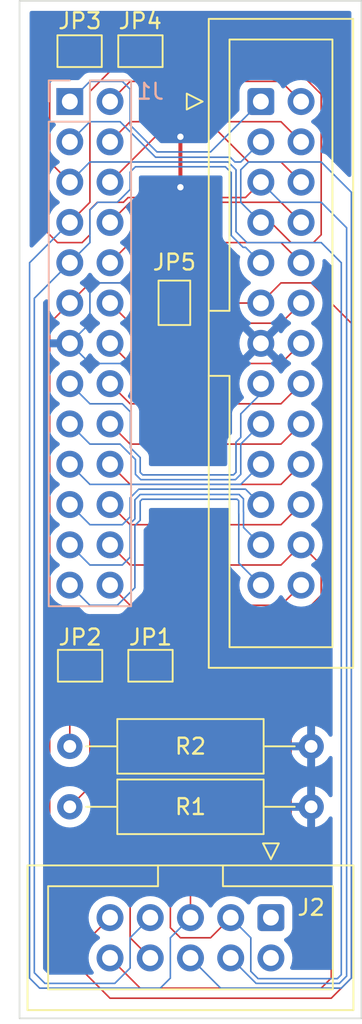
<source format=kicad_pcb>
(kicad_pcb (version 20221018) (generator pcbnew)
  (layers (0 "F.Cu" signal) (31 "B.Cu" signal) (34 "B.Paste" user) (35 "F.Paste" user) (36 "B.SilkS" user "B.Silkscreen") (37 "F.SilkS" user "F.Silkscreen") (38 "B.Mask" user) (39 "F.Mask" user) (44 "Edge.Cuts" user))
  (net 0 "")
  (net 1 "Y0")
  (net 2 "Y1")
  (net 3 "VCC")
  (net 4 "Y2")
  (net 5 "SM1{slash}CAPL")
  (net 6 "Y3")
  (net 7 "SM0{slash}OAPL")
  (net 8 "Y4")
  (net 9 "CAPLOCK*")
  (net 10 "Y5")
  (net 11 "CNTL")
  (net 12 "Y8")
  (net 13 "GND")
  (net 14 "X0")
  (net 15 "RESET")
  (net 16 "X2")
  (net 17 "X7")
  (net 18 "X1")
  (net 19 "X5")
  (net 20 "X3")
  (net 21 "X4")
  (net 22 "Y9")
  (net 23 "Y6")
  (net 24 "SHFT*")
  (net 25 "Y7")
  (net 26 "X6")
  (net 29 "SM1{slash}CAPL'")
  (net 30 "SM0{slash}OAPL'")
  (net 31 "CNTL'")
  (net 32 "Net-(JP1-A)")
  (net 33 "Net-(JP2-A)")
  (footprint "Jumper:SolderJumper-2_P1.3mm_Open_Pad1.0x1.5mm" (layer "F.Cu") (at 39.624 44.045107 -90)
    (fp_text reference "JP5" (at -2.555 0) (layer "F.SilkS"))
    (fp_text value "Jumper_2_Open" hide)
    (fp_line (start -1.4 -1) (end 1.4 -1) (stroke (width 0.12)) (layer "F.SilkS"))
    (fp_line (start -1.4 1) (end -1.4 -1) (stroke (width 0.12)) (layer "F.SilkS"))
    (fp_line (start 1.4 -1) (end 1.4 1) (stroke (width 0.12)) (layer "F.SilkS"))
    (fp_line (start 1.4 1) (end -1.4 1) (stroke (width 0.12)) (layer "F.SilkS"))
    (pad "1" smd rect (at -0.65 0 270) (size 1 1.5) (layers "F.Cu" "F.Mask") (net 11 "CNTL"))
    (pad "2" smd rect (at 0.65 0 270) (size 1 1.5) (layers "F.Cu" "F.Mask") (net 31 "CNTL'"))
  )
  (footprint "Resistor_THT:R_Axial_DIN0309_L9.0mm_D3.2mm_P15.24mm_Horizontal" (layer "F.Cu") (at 33.02 75.810107)
    (fp_text reference "R1" (at 7.62 0) (layer "F.SilkS"))
    (fp_text value "560")
    (fp_line (start 1.04 0) (end 3 0) (stroke (width 0.12)) (layer "F.SilkS"))
    (fp_line (start 3 -1.72) (end 3 1.72) (stroke (width 0.12)) (layer "F.SilkS"))
    (fp_line (start 3 1.72) (end 12.24 1.72) (stroke (width 0.12)) (layer "F.SilkS"))
    (fp_line (start 12.24 -1.72) (end 3 -1.72) (stroke (width 0.12)) (layer "F.SilkS"))
    (fp_line (start 12.24 1.72) (end 12.24 -1.72) (stroke (width 0.12)) (layer "F.SilkS"))
    (fp_line (start 14.2 0) (end 12.24 0) (stroke (width 0.12)) (layer "F.SilkS"))
    (pad "1" thru_hole circle (at 0 0) (size 1.6 1.6) (drill 0.8) (layers "*.Cu" "*.Mask") (net 32 "Net-(JP1-A)"))
    (pad "2" thru_hole oval (at 15.24 0) (size 1.6 1.6) (drill 0.8) (layers "*.Cu" "*.Mask") (net 13 "GND"))
  )
  (footprint "Jumper:SolderJumper-2_P1.3mm_Open_Pad1.0x1.5mm" (layer "F.Cu") (at 33.64 28.185107 180)
    (fp_text reference "JP3" (at -0.015 1.905) (layer "F.SilkS"))
    (fp_text value "Jumper_2_Open" hide)
    (fp_line (start -1.4 -1) (end 1.4 -1) (stroke (width 0.12)) (layer "F.SilkS"))
    (fp_line (start -1.4 1) (end -1.4 -1) (stroke (width 0.12)) (layer "F.SilkS"))
    (fp_line (start 1.4 -1) (end 1.4 1) (stroke (width 0.12)) (layer "F.SilkS"))
    (fp_line (start 1.4 1) (end -1.4 1) (stroke (width 0.12)) (layer "F.SilkS"))
    (pad "1" smd rect (at -0.65 0 180) (size 1 1.5) (layers "F.Cu" "F.Mask") (net 5 "SM1{slash}CAPL"))
    (pad "2" smd rect (at 0.65 0 180) (size 1 1.5) (layers "F.Cu" "F.Mask") (net 29 "SM1{slash}CAPL'"))
  )
  (footprint "Connector_IDC:IDC-Header_2x05_P2.54mm_Vertical" (layer "F.Cu") (at 45.72 82.795107 -90)
    (fp_text reference "J2" (at -0.635 -2.54) (layer "F.SilkS"))
    (fp_text value "PCT-keyboard")
    (fp_line (start -4.68 -0.5) (end -4.68 0.5) (stroke (width 0.12)) (layer "F.SilkS"))
    (fp_line (start -4.68 0.5) (end -3.68 0) (stroke (width 0.12)) (layer "F.SilkS"))
    (fp_line (start -3.68 0) (end -4.68 -0.5) (stroke (width 0.12)) (layer "F.SilkS"))
    (fp_line (start -3.29 -5.21) (end 5.83 -5.21) (stroke (width 0.12)) (layer "F.SilkS"))
    (fp_line (start -3.29 3.03) (end -1.98 3.03) (stroke (width 0.12)) (layer "F.SilkS"))
    (fp_line (start -3.29 15.37) (end -3.29 -5.21) (stroke (width 0.12)) (layer "F.SilkS"))
    (fp_line (start -1.98 -3.91) (end 4.52 -3.91) (stroke (width 0.12)) (layer "F.SilkS"))
    (fp_line (start -1.98 3.03) (end -1.98 -3.91) (stroke (width 0.12)) (layer "F.SilkS"))
    (fp_line (start -1.98 7.13) (end -3.29 7.13) (stroke (width 0.12)) (layer "F.SilkS"))
    (fp_line (start -1.98 7.13) (end -1.98 7.13) (stroke (width 0.12)) (layer "F.SilkS"))
    (fp_line (start -1.98 14.07) (end -1.98 7.13) (stroke (width 0.12)) (layer "F.SilkS"))
    (fp_line (start 4.52 -3.91) (end 4.52 14.07) (stroke (width 0.12)) (layer "F.SilkS"))
    (fp_line (start 4.52 14.07) (end -1.98 14.07) (stroke (width 0.12)) (layer "F.SilkS"))
    (fp_line (start 5.83 -5.21) (end 5.83 15.37) (stroke (width 0.12)) (layer "F.SilkS"))
    (fp_line (start 5.83 15.37) (end -3.29 15.37) (stroke (width 0.12)) (layer "F.SilkS"))
    (pad "1" thru_hole roundrect (at 0 0 270) (size 1.7 1.7) (drill 1) (layers "*.Cu" "*.Mask") (roundrect_rratio 0.147059))
    (pad "2" thru_hole circle (at 2.54 0 270) (size 1.7 1.7) (drill 1) (layers "*.Cu" "*.Mask"))
    (pad "3" thru_hole circle (at 0 2.54 270) (size 1.7 1.7) (drill 1) (layers "*.Cu" "*.Mask") (net 5 "SM1{slash}CAPL"))
    (pad "4" thru_hole circle (at 2.54 2.54 270) (size 1.7 1.7) (drill 1) (layers "*.Cu" "*.Mask") (net 29 "SM1{slash}CAPL'"))
    (pad "5" thru_hole circle (at 0 5.08 270) (size 1.7 1.7) (drill 1) (layers "*.Cu" "*.Mask") (net 7 "SM0{slash}OAPL"))
    (pad "6" thru_hole circle (at 2.54 5.08 270) (size 1.7 1.7) (drill 1) (layers "*.Cu" "*.Mask") (net 30 "SM0{slash}OAPL'"))
    (pad "7" thru_hole circle (at 0 7.62 270) (size 1.7 1.7) (drill 1) (layers "*.Cu" "*.Mask") (net 9 "CAPLOCK*"))
    (pad "8" thru_hole circle (at 2.54 7.62 270) (size 1.7 1.7) (drill 1) (layers "*.Cu" "*.Mask") (net 11 "CNTL"))
    (pad "9" thru_hole circle (at 0 10.16 270) (size 1.7 1.7) (drill 1) (layers "*.Cu" "*.Mask") (net 31 "CNTL'"))
    (pad "10" thru_hole circle (at 2.54 10.16 270) (size 1.7 1.7) (drill 1) (layers "*.Cu" "*.Mask") (net 24 "SHFT*"))
  )
  (footprint "Jumper:SolderJumper-2_P1.3mm_Bridged_Pad1.0x1.5mm" (layer "F.Cu") (at 38.115 66.920107)
    (fp_text reference "JP1" (at 0 -1.8) (layer "F.SilkS"))
    (fp_text value "SM1")
    (fp_poly (pts (xy -0.25 -0.3) (xy 0.25 -0.3) (xy 0.25 0.3) (xy -0.25 0.3)) (fill solid) (layer "F.Cu"))
    (fp_line (start -1.4 -1) (end 1.4 -1) (stroke (width 0.12)) (layer "F.SilkS"))
    (fp_line (start -1.4 1) (end -1.4 -1) (stroke (width 0.12)) (layer "F.SilkS"))
    (fp_line (start 1.4 -1) (end 1.4 1) (stroke (width 0.12)) (layer "F.SilkS"))
    (fp_line (start 1.4 1) (end -1.4 1) (stroke (width 0.12)) (layer "F.SilkS"))
    (pad "1" smd rect (at -0.65 0) (size 1 1.5) (layers "F.Cu" "F.Mask") (net 32 "Net-(JP1-A)"))
    (pad "2" smd rect (at 0.65 0) (size 1 1.5) (layers "F.Cu" "F.Mask") (net 5 "SM1{slash}CAPL"))
  )
  (footprint "Connector_IDC:IDC-Header_2x13_P2.54mm_Vertical" (layer "F.Cu") (at 45.085 31.360107)
    (fp_text reference "J3" hide)
    (fp_text value "keyboard")
    (fp_line (start -4.68 -0.5) (end -4.68 0.5) (stroke (width 0.12)) (layer "F.SilkS"))
    (fp_line (start -4.68 0.5) (end -3.68 0) (stroke (width 0.12)) (layer "F.SilkS"))
    (fp_line (start -3.68 0) (end -4.68 -0.5) (stroke (width 0.12)) (layer "F.SilkS"))
    (fp_line (start -3.29 -5.21) (end 5.83 -5.21) (stroke (width 0.12)) (layer "F.SilkS"))
    (fp_line (start -3.29 13.19) (end -1.98 13.19) (stroke (width 0.12)) (layer "F.SilkS"))
    (fp_line (start -3.29 35.69) (end -3.29 -5.21) (stroke (width 0.12)) (layer "F.SilkS"))
    (fp_line (start -1.98 -3.91) (end 4.52 -3.91) (stroke (width 0.12)) (layer "F.SilkS"))
    (fp_line (start -1.98 13.19) (end -1.98 -3.91) (stroke (width 0.12)) (layer "F.SilkS"))
    (fp_line (start -1.98 17.29) (end -3.29 17.29) (stroke (width 0.12)) (layer "F.SilkS"))
    (fp_line (start -1.98 17.29) (end -1.98 17.29) (stroke (width 0.12)) (layer "F.SilkS"))
    (fp_line (start -1.98 34.39) (end -1.98 17.29) (stroke (width 0.12)) (layer "F.SilkS"))
    (fp_line (start 4.52 -3.91) (end 4.52 34.39) (stroke (width 0.12)) (layer "F.SilkS"))
    (fp_line (start 4.52 34.39) (end -1.98 34.39) (stroke (width 0.12)) (layer "F.SilkS"))
    (fp_line (start 5.83 -5.21) (end 5.83 35.69) (stroke (width 0.12)) (layer "F.SilkS"))
    (fp_line (start 5.83 35.69) (end -3.29 35.69) (stroke (width 0.12)) (layer "F.SilkS"))
    (pad "1" thru_hole roundrect (at 0 0) (size 1.7 1.7) (drill 1) (layers "*.Cu" "*.Mask") (roundrect_rratio 0.147059) (net 1 "Y0"))
    (pad "2" thru_hole circle (at 2.54 0) (size 1.7 1.7) (drill 1) (layers "*.Cu" "*.Mask") (net 2 "Y1"))
    (pad "3" thru_hole circle (at 0 2.54) (size 1.7 1.7) (drill 1) (layers "*.Cu" "*.Mask") (net 3 "VCC"))
    (pad "4" thru_hole circle (at 2.54 2.54) (size 1.7 1.7) (drill 1) (layers "*.Cu" "*.Mask") (net 4 "Y2"))
    (pad "5" thru_hole circle (at 0 5.08) (size 1.7 1.7) (drill 1) (layers "*.Cu" "*.Mask") (net 29 "SM1{slash}CAPL'"))
    (pad "6" thru_hole circle (at 2.54 5.08) (size 1.7 1.7) (drill 1) (layers "*.Cu" "*.Mask") (net 6 "Y3"))
    (pad "7" thru_hole circle (at 0 7.62) (size 1.7 1.7) (drill 1) (layers "*.Cu" "*.Mask") (net 30 "SM0{slash}OAPL'"))
    (pad "8" thru_hole circle (at 2.54 7.62) (size 1.7 1.7) (drill 1) (layers "*.Cu" "*.Mask") (net 8 "Y4"))
    (pad "9" thru_hole circle (at 0 10.16) (size 1.7 1.7) (drill 1) (layers "*.Cu" "*.Mask") (net 9 "CAPLOCK*"))
    (pad "10" thru_hole circle (at 2.54 10.16) (size 1.7 1.7) (drill 1) (layers "*.Cu" "*.Mask") (net 10 "Y5"))
    (pad "11" thru_hole circle (at 0 12.7) (size 1.7 1.7) (drill 1) (layers "*.Cu" "*.Mask") (net 31 "CNTL'"))
    (pad "12" thru_hole circle (at 2.54 12.7) (size 1.7 1.7) (drill 1) (layers "*.Cu" "*.Mask") (net 12 "Y8"))
    (pad "13" thru_hole circle (at 0 15.24) (size 1.7 1.7) (drill 1) (layers "*.Cu" "*.Mask") (net 13 "GND"))
    (pad "14" thru_hole circle (at 2.54 15.24) (size 1.7 1.7) (drill 1) (layers "*.Cu" "*.Mask") (net 14 "X0"))
    (pad "15" thru_hole circle (at 0 17.78) (size 1.7 1.7) (drill 1) (layers "*.Cu" "*.Mask") (net 15 "RESET"))
    (pad "16" thru_hole circle (at 2.54 17.78) (size 1.7 1.7) (drill 1) (layers "*.Cu" "*.Mask") (net 16 "X2"))
    (pad "17" thru_hole circle (at 0 20.32) (size 1.7 1.7) (drill 1) (layers "*.Cu" "*.Mask") (net 17 "X7"))
    (pad "18" thru_hole circle (at 2.54 20.32) (size 1.7 1.7) (drill 1) (layers "*.Cu" "*.Mask") (net 18 "X1"))
    (pad "19" thru_hole circle (at 0 22.86) (size 1.7 1.7) (drill 1) (layers "*.Cu" "*.Mask") (net 19 "X5"))
    (pad "20" thru_hole circle (at 2.54 22.86) (size 1.7 1.7) (drill 1) (layers "*.Cu" "*.Mask") (net 20 "X3"))
    (pad "21" thru_hole circle (at 0 25.4) (size 1.7 1.7) (drill 1) (layers "*.Cu" "*.Mask") (net 21 "X4"))
    (pad "22" thru_hole circle (at 2.54 25.4) (size 1.7 1.7) (drill 1) (layers "*.Cu" "*.Mask") (net 22 "Y9"))
    (pad "23" thru_hole circle (at 0 27.94) (size 1.7 1.7) (drill 1) (layers "*.Cu" "*.Mask") (net 23 "Y6"))
    (pad "24" thru_hole circle (at 2.54 27.94) (size 1.7 1.7) (drill 1) (layers "*.Cu" "*.Mask") (net 24 "SHFT*"))
    (pad "25" thru_hole circle (at 0 30.48) (size 1.7 1.7) (drill 1) (layers "*.Cu" "*.Mask") (net 25 "Y7"))
    (pad "26" thru_hole circle (at 2.54 30.48) (size 1.7 1.7) (drill 1) (layers "*.Cu" "*.Mask") (net 26 "X6"))
  )
  (footprint "Jumper:SolderJumper-2_P1.3mm_Open_Pad1.0x1.5mm" (layer "F.Cu") (at 37.48 28.185107)
    (fp_text reference "JP4" (at -0.015 -1.905) (layer "F.SilkS"))
    (fp_text value "Jumper_2_Open" hide)
    (fp_line (start -1.4 -1) (end 1.4 -1) (stroke (width 0.12)) (layer "F.SilkS"))
    (fp_line (start -1.4 1) (end -1.4 -1) (stroke (width 0.12)) (layer "F.SilkS"))
    (fp_line (start 1.4 -1) (end 1.4 1) (stroke (width 0.12)) (layer "F.SilkS"))
    (fp_line (start 1.4 1) (end -1.4 1) (stroke (width 0.12)) (layer "F.SilkS"))
    (pad "1" smd rect (at -0.65 0) (size 1 1.5) (layers "F.Cu" "F.Mask") (net 7 "SM0{slash}OAPL"))
    (pad "2" smd rect (at 0.65 0) (size 1 1.5) (layers "F.Cu" "F.Mask") (net 30 "SM0{slash}OAPL'"))
  )
  (footprint "Jumper:SolderJumper-2_P1.3mm_Bridged_Pad1.0x1.5mm" (layer "F.Cu") (at 33.67 66.920107)
    (fp_text reference "JP2" (at 0 -1.8) (layer "F.SilkS"))
    (fp_text value "SM0")
    (fp_poly (pts (xy -0.25 -0.3) (xy 0.25 -0.3) (xy 0.25 0.3) (xy -0.25 0.3)) (fill solid) (layer "F.Cu"))
    (fp_line (start -1.4 -1) (end 1.4 -1) (stroke (width 0.12)) (layer "F.SilkS"))
    (fp_line (start -1.4 1) (end -1.4 -1) (stroke (width 0.12)) (layer "F.SilkS"))
    (fp_line (start 1.4 -1) (end 1.4 1) (stroke (width 0.12)) (layer "F.SilkS"))
    (fp_line (start 1.4 1) (end -1.4 1) (stroke (width 0.12)) (layer "F.SilkS"))
    (pad "1" smd rect (at -0.65 0) (size 1 1.5) (layers "F.Cu" "F.Mask") (net 33 "Net-(JP2-A)"))
    (pad "2" smd rect (at 0.65 0) (size 1 1.5) (layers "F.Cu" "F.Mask") (net 7 "SM0{slash}OAPL"))
  )
  (footprint "Resistor_THT:R_Axial_DIN0309_L9.0mm_D3.2mm_P15.24mm_Horizontal" (layer "F.Cu") (at 33.02 72.000107)
    (fp_text reference "R2" (at 7.62 0) (layer "F.SilkS"))
    (fp_text value "560")
    (fp_line (start 1.04 0) (end 3 0) (stroke (width 0.12)) (layer "F.SilkS"))
    (fp_line (start 3 -1.72) (end 3 1.72) (stroke (width 0.12)) (layer "F.SilkS"))
    (fp_line (start 3 1.72) (end 12.24 1.72) (stroke (width 0.12)) (layer "F.SilkS"))
    (fp_line (start 12.24 -1.72) (end 3 -1.72) (stroke (width 0.12)) (layer "F.SilkS"))
    (fp_line (start 12.24 1.72) (end 12.24 -1.72) (stroke (width 0.12)) (layer "F.SilkS"))
    (fp_line (start 14.2 0) (end 12.24 0) (stroke (width 0.12)) (layer "F.SilkS"))
    (pad "1" thru_hole circle (at 0 0) (size 1.6 1.6) (drill 0.8) (layers "*.Cu" "*.Mask") (net 33 "Net-(JP2-A)"))
    (pad "2" thru_hole oval (at 15.24 0) (size 1.6 1.6) (drill 0.8) (layers "*.Cu" "*.Mask") (net 13 "GND"))
  )
  (footprint "Connector_PinSocket_2.54mm:PinSocket_2x13_P2.54mm_Vertical" (layer "B.Cu") (at 33.02 31.360107 180)
    (fp_text reference "J1" (at -5.08 0.635) (layer "B.SilkS") (effects (justify mirror)))
    (fp_text value "mainboard")
    (fp_line (start -3.87 -31.81) (end 1.33 -31.81) (stroke (width 0.12)) (layer "B.SilkS"))
    (fp_line (start -3.87 1.33) (end -3.87 -31.81) (stroke (width 0.12)) (layer "B.SilkS"))
    (fp_line (start -3.87 1.33) (end -1.27 1.33) (stroke (width 0.12)) (layer "B.SilkS"))
    (fp_line (start -1.27 -1.27) (end 1.33 -1.27) (stroke (width 0.12)) (layer "B.SilkS"))
    (fp_line (start -1.27 1.33) (end -1.27 -1.27) (stroke (width 0.12)) (layer "B.SilkS"))
    (fp_line (start 0 1.33) (end 1.33 1.33) (stroke (width 0.12)) (layer "B.SilkS"))
    (fp_line (start 1.33 -1.27) (end 1.33 -31.81) (stroke (width 0.12)) (layer "B.SilkS"))
    (fp_line (start 1.33 1.33) (end 1.33 0) (stroke (width 0.12)) (layer "B.SilkS"))
    (pad "1" thru_hole rect (at 0 0 180) (size 1.7 1.7) (drill 1) (layers "*.Cu" "*.Mask") (net 1 "Y0"))
    (pad "2" thru_hole oval (at -2.54 0 180) (size 1.7 1.7) (drill 1) (layers "*.Cu" "*.Mask") (net 2 "Y1"))
    (pad "3" thru_hole oval (at 0 -2.54 180) (size 1.7 1.7) (drill 1) (layers "*.Cu" "*.Mask") (net 3 "VCC"))
    (pad "4" thru_hole oval (at -2.54 -2.54 180) (size 1.7 1.7) (drill 1) (layers "*.Cu" "*.Mask") (net 4 "Y2"))
    (pad "5" thru_hole oval (at 0 -5.08 180) (size 1.7 1.7) (drill 1) (layers "*.Cu" "*.Mask") (net 5 "SM1{slash}CAPL"))
    (pad "6" thru_hole oval (at -2.54 -5.08 180) (size 1.7 1.7) (drill 1) (layers "*.Cu" "*.Mask") (net 6 "Y3"))
    (pad "7" thru_hole oval (at 0 -7.62 180) (size 1.7 1.7) (drill 1) (layers "*.Cu" "*.Mask") (net 7 "SM0{slash}OAPL"))
    (pad "8" thru_hole oval (at -2.54 -7.62 180) (size 1.7 1.7) (drill 1) (layers "*.Cu" "*.Mask") (net 8 "Y4"))
    (pad "9" thru_hole oval (at 0 -10.16 180) (size 1.7 1.7) (drill 1) (layers "*.Cu" "*.Mask") (net 9 "CAPLOCK*"))
    (pad "10" thru_hole oval (at -2.54 -10.16 180) (size 1.7 1.7) (drill 1) (layers "*.Cu" "*.Mask") (net 10 "Y5"))
    (pad "11" thru_hole oval (at 0 -12.7 180) (size 1.7 1.7) (drill 1) (layers "*.Cu" "*.Mask") (net 11 "CNTL"))
    (pad "12" thru_hole oval (at -2.54 -12.7 180) (size 1.7 1.7) (drill 1) (layers "*.Cu" "*.Mask") (net 12 "Y8"))
    (pad "13" thru_hole oval (at 0 -15.24 180) (size 1.7 1.7) (drill 1) (layers "*.Cu" "*.Mask") (net 13 "GND"))
    (pad "14" thru_hole oval (at -2.54 -15.24 180) (size 1.7 1.7) (drill 1) (layers "*.Cu" "*.Mask") (net 14 "X0"))
    (pad "15" thru_hole oval (at 0 -17.78 180) (size 1.7 1.7) (drill 1) (layers "*.Cu" "*.Mask") (net 15 "RESET"))
    (pad "16" thru_hole oval (at -2.54 -17.78 180) (size 1.7 1.7) (drill 1) (layers "*.Cu" "*.Mask") (net 16 "X2"))
    (pad "17" thru_hole oval (at 0 -20.32 180) (size 1.7 1.7) (drill 1) (layers "*.Cu" "*.Mask") (net 17 "X7"))
    (pad "18" thru_hole oval (at -2.54 -20.32 180) (size 1.7 1.7) (drill 1) (layers "*.Cu" "*.Mask") (net 18 "X1"))
    (pad "19" thru_hole oval (at 0 -22.86 180) (size 1.7 1.7) (drill 1) (layers "*.Cu" "*.Mask") (net 19 "X5"))
    (pad "20" thru_hole oval (at -2.54 -22.86 180) (size 1.7 1.7) (drill 1) (layers "*.Cu" "*.Mask") (net 20 "X3"))
    (pad "21" thru_hole oval (at 0 -25.4 180) (size 1.7 1.7) (drill 1) (layers "*.Cu" "*.Mask") (net 21 "X4"))
    (pad "22" thru_hole oval (at -2.54 -25.4 180) (size 1.7 1.7) (drill 1) (layers "*.Cu" "*.Mask") (net 22 "Y9"))
    (pad "23" thru_hole oval (at 0 -27.94 180) (size 1.7 1.7) (drill 1) (layers "*.Cu" "*.Mask") (net 23 "Y6"))
    (pad "24" thru_hole oval (at -2.54 -27.94 180) (size 1.7 1.7) (drill 1) (layers "*.Cu" "*.Mask") (net 24 "SHFT*"))
    (pad "25" thru_hole oval (at 0 -30.48 180) (size 1.7 1.7) (drill 1) (layers "*.Cu" "*.Mask") (net 25 "Y7"))
    (pad "26" thru_hole oval (at -2.54 -30.48 180) (size 1.7 1.7) (drill 1) (layers "*.Cu" "*.Mask") (net 26 "X6"))
  )
  (gr_rect (start 29.845 25.010107) (end 51.435 89.145107) (stroke (width 0.1)) (fill none) (layer "Edge.Cuts"))
  (segment (start 41.91 34.535107) (end 38.524264 34.535107) (width 0.1) (layer "B.Cu") (net 1))
  (segment (start 38.524264 34.535107) (end 36.83 32.840843) (width 0.1) (layer "B.Cu") (net 1))
  (segment (start 34.29 30.090107) (end 33.02 31.360107) (width 0.1) (layer "B.Cu") (net 1))
  (segment (start 36.83 32.840843) (end 36.83 30.583113) (width 0.1) (layer "B.Cu") (net 1))
  (segment (start 45.085 31.360107) (end 41.91 34.535107) (width 0.1) (layer "B.Cu") (net 1))
  (segment (start 36.336994 30.090107) (end 34.29 30.090107) (width 0.1) (layer "B.Cu") (net 1))
  (segment (start 36.83 30.583113) (end 36.336994 30.090107) (width 0.1) (layer "B.Cu") (net 1))
  (segment (start 35.56 31.360107) (end 36.83 30.090107) (width 0.1) (layer "F.Cu") (net 2))
  (segment (start 46.355 30.090107) (end 47.625 31.360107) (width 0.1) (layer "F.Cu") (net 2))
  (segment (start 36.83 30.090107) (end 46.355 30.090107) (width 0.1) (layer "F.Cu") (net 2))
  (segment (start 45.085 33.900107) (end 43.815 35.170107) (width 0.1) (layer "B.Cu") (net 3))
  (segment (start 43.145514 34.870107) (end 38.435 34.870107) (width 0.1) (layer "B.Cu") (net 3))
  (segment (start 38.435 34.870107) (end 36.195 32.630107) (width 0.1) (layer "B.Cu") (net 3))
  (segment (start 43.815 35.170107) (end 43.445514 35.170107) (width 0.1) (layer "B.Cu") (net 3))
  (segment (start 36.195 32.630107) (end 34.29 32.630107) (width 0.1) (layer "B.Cu") (net 3))
  (segment (start 34.29 32.630107) (end 33.02 33.900107) (width 0.1) (layer "B.Cu") (net 3))
  (segment (start 43.445514 35.170107) (end 43.145514 34.870107) (width 0.1) (layer "B.Cu") (net 3))
  (segment (start 36.83 32.630107) (end 46.355 32.630107) (width 0.1) (layer "F.Cu") (net 4))
  (segment (start 46.355 32.630107) (end 47.625 33.900107) (width 0.1) (layer "F.Cu") (net 4))
  (segment (start 35.56 33.900107) (end 36.83 32.630107) (width 0.1) (layer "F.Cu") (net 4))
  (segment (start 38.765 66.920107) (end 39.37 67.525107) (width 0.1) (layer "F.Cu") (net 5))
  (segment (start 32.310723 29.455107) (end 31.75 30.01583) (width 0.1) (layer "F.Cu") (net 5))
  (segment (start 31.75 35.170107) (end 33.02 36.440107) (width 0.1) (layer "F.Cu") (net 5))
  (segment (start 40.005 84.065107) (end 41.91 84.065107) (width 0.1) (layer "F.Cu") (net 5))
  (segment (start 39.37 83.430107) (end 40.005 84.065107) (width 0.1) (layer "F.Cu") (net 5))
  (segment (start 33.77 29.455107) (end 32.310723 29.455107) (width 0.1) (layer "F.Cu") (net 5))
  (segment (start 39.37 67.525107) (end 39.37 83.430107) (width 0.1) (layer "F.Cu") (net 5))
  (segment (start 34.29 28.185107) (end 34.29 28.935107) (width 0.1) (layer "F.Cu") (net 5))
  (segment (start 41.91 84.065107) (end 43.18 82.795107) (width 0.1) (layer "F.Cu") (net 5))
  (segment (start 34.29 28.935107) (end 33.77 29.455107) (width 0.1) (layer "F.Cu") (net 5))
  (segment (start 31.75 30.01583) (end 31.75 35.170107) (width 0.1) (layer "F.Cu") (net 5))
  (segment (start 44.45 84.065107) (end 43.18 82.795107) (width 0.1) (layer "B.Cu") (net 5))
  (segment (start 44.909264 86.640107) (end 44.45 86.180843) (width 0.1) (layer "B.Cu") (net 5))
  (segment (start 43.515 35.663857) (end 43.515 39.562469) (width 0.1) (layer "B.Cu") (net 5))
  (segment (start 43.02125 35.170107) (end 43.515 35.663857) (width 0.1) (layer "B.Cu") (net 5))
  (segment (start 44.202638 40.250107) (end 48.895 40.250107) (width 0.1) (layer "B.Cu") (net 5))
  (segment (start 50.165 86.391579) (end 49.916472 86.640107) (width 0.1) (layer "B.Cu") (net 5))
  (segment (start 48.895 40.250107) (end 50.165 41.520107) (width 0.1) (layer "B.Cu") (net 5))
  (segment (start 44.45 86.180843) (end 44.45 84.065107) (width 0.1) (layer "B.Cu") (net 5))
  (segment (start 43.515 39.562469) (end 44.202638 40.250107) (width 0.1) (layer "B.Cu") (net 5))
  (segment (start 50.165 41.520107) (end 50.165 86.391579) (width 0.1) (layer "B.Cu") (net 5))
  (segment (start 49.916472 86.640107) (end 44.909264 86.640107) (width 0.1) (layer "B.Cu") (net 5))
  (segment (start 34.29 35.170107) (end 43.02125 35.170107) (width 0.1) (layer "B.Cu") (net 5))
  (segment (start 33.02 36.440107) (end 34.29 35.170107) (width 0.1) (layer "B.Cu") (net 5))
  (segment (start 44.308006 35.170107) (end 42.068006 32.930107) (width 0.1) (layer "F.Cu") (net 6))
  (segment (start 42.068006 32.930107) (end 39.07 32.930107) (width 0.1) (layer "F.Cu") (net 6))
  (segment (start 39.07 32.930107) (end 35.56 36.440107) (width 0.1) (layer "F.Cu") (net 6))
  (segment (start 47.625 36.440107) (end 46.355 35.170107) (width 0.1) (layer "F.Cu") (net 6))
  (segment (start 46.355 35.170107) (end 44.308006 35.170107) (width 0.1) (layer "F.Cu") (net 6))
  (segment (start 34.29 30.725107) (end 34.29 37.710107) (width 0.1) (layer "F.Cu") (net 7))
  (segment (start 40.64 65.650107) (end 40.64 82.795107) (width 0.1) (layer "F.Cu") (net 7))
  (segment (start 36.225 65.015107) (end 40.005 65.015107) (width 0.1) (layer "F.Cu") (net 7))
  (segment (start 34.29 37.710107) (end 33.02 38.980107) (width 0.1) (layer "F.Cu") (net 7))
  (segment (start 36.83 28.185107) (end 34.29 30.725107) (width 0.1) (layer "F.Cu") (net 7))
  (segment (start 34.32 66.920107) (end 36.225 65.015107) (width 0.1) (layer "F.Cu") (net 7))
  (segment (start 40.005 65.015107) (end 40.64 65.650107) (width 0.1) (layer "F.Cu") (net 7))
  (segment (start 31.115 87.240107) (end 38.735 87.240107) (width 0.1) (layer "B.Cu") (net 7))
  (segment (start 30.48 41.520107) (end 30.48 86.605107) (width 0.1) (layer "B.Cu") (net 7))
  (segment (start 39.37 86.605107) (end 39.37 84.065107) (width 0.1) (layer "B.Cu") (net 7))
  (segment (start 33.02 38.980107) (end 30.48 41.520107) (width 0.1) (layer "B.Cu") (net 7))
  (segment (start 30.48 86.605107) (end 31.115 87.240107) (width 0.1) (layer "B.Cu") (net 7))
  (segment (start 38.735 87.240107) (end 39.37 86.605107) (width 0.1) (layer "B.Cu") (net 7))
  (segment (start 39.37 84.065107) (end 40.64 82.795107) (width 0.1) (layer "B.Cu") (net 7))
  (segment (start 46.355 37.710107) (end 47.625 38.980107) (width 0.1) (layer "F.Cu") (net 8))
  (segment (start 36.83 37.710107) (end 46.355 37.710107) (width 0.1) (layer "F.Cu") (net 8))
  (segment (start 35.56 38.980107) (end 36.83 37.710107) (width 0.1) (layer "F.Cu") (net 8))
  (segment (start 42.845 35.470107) (end 37.165 35.470107) (width 0.1) (layer "B.Cu") (net 9))
  (segment (start 31.45 86.940107) (end 35.86 86.940107) (width 0.1) (layer "B.Cu") (net 9))
  (segment (start 43.215 35.840107) (end 42.845 35.470107) (width 0.1) (layer "B.Cu") (net 9))
  (segment (start 36.83 35.805107) (end 36.83 36.900451) (width 0.1) (layer "B.Cu") (net 9))
  (segment (start 43.965 40.550107) (end 43.215 39.800107) (width 0.1) (layer "B.Cu") (net 9))
  (segment (start 36.020344 37.710107) (end 34.783006 37.710107) (width 0.1) (layer "B.Cu") (net 9))
  (segment (start 43.215 39.800107) (end 43.215 35.840107) (width 0.1) (layer "B.Cu") (net 9))
  (segment (start 36.83 36.900451) (end 36.020344 37.710107) (width 0.1) (layer "B.Cu") (net 9))
  (segment (start 36.83 85.970107) (end 36.83 84.065107) (width 0.1) (layer "B.Cu") (net 9))
  (segment (start 37.165 35.470107) (end 36.83 35.805107) (width 0.1) (layer "B.Cu") (net 9))
  (segment (start 34.783006 37.710107) (end 34.29 38.203113) (width 0.1) (layer "B.Cu") (net 9))
  (segment (start 30.78 86.270107) (end 31.45 86.940107) (width 0.1) (layer "B.Cu") (net 9))
  (segment (start 45.085 41.520107) (end 44.115 40.550107) (width 0.1) (layer "B.Cu") (net 9))
  (segment (start 34.29 40.250107) (end 33.02 41.520107) (width 0.1) (layer "B.Cu") (net 9))
  (segment (start 35.86 86.940107) (end 36.83 85.970107) (width 0.1) (layer "B.Cu") (net 9))
  (segment (start 34.29 38.203113) (end 34.29 40.250107) (width 0.1) (layer "B.Cu") (net 9))
  (segment (start 36.83 84.065107) (end 38.1 82.795107) (width 0.1) (layer "B.Cu") (net 9))
  (segment (start 30.78 43.760107) (end 30.78 86.270107) (width 0.1) (layer "B.Cu") (net 9))
  (segment (start 33.02 41.520107) (end 30.78 43.760107) (width 0.1) (layer "B.Cu") (net 9))
  (segment (start 44.115 40.550107) (end 43.965 40.550107) (width 0.1) (layer "B.Cu") (net 9))
  (segment (start 36.83 40.250107) (end 46.355 40.250107) (width 0.1) (layer "F.Cu") (net 10))
  (segment (start 35.56 41.520107) (end 36.83 40.250107) (width 0.1) (layer "F.Cu") (net 10))
  (segment (start 46.355 40.250107) (end 47.625 41.520107) (width 0.1) (layer "F.Cu") (net 10))
  (segment (start 37.465 42.790107) (end 34.29 42.790107) (width 0.1) (layer "F.Cu") (net 11))
  (segment (start 38.1 85.335107) (end 36.83 84.065107) (width 0.1) (layer "F.Cu") (net 11))
  (segment (start 35.56 79.620107) (end 33.02 79.620107) (width 0.1) (layer "F.Cu") (net 11))
  (segment (start 31.75 78.350107) (end 31.75 45.330107) (width 0.1) (layer "F.Cu") (net 11))
  (segment (start 36.83 80.890107) (end 35.56 79.620107) (width 0.1) (layer "F.Cu") (net 11))
  (segment (start 39.624 43.395107) (end 39.594 43.425107) (width 0.1) (layer "F.Cu") (net 11))
  (segment (start 39.594 43.425107) (end 38.1 43.425107) (width 0.1) (layer "F.Cu") (net 11))
  (segment (start 33.02 79.620107) (end 31.75 78.350107) (width 0.1) (layer "F.Cu") (net 11))
  (segment (start 31.75 45.330107) (end 33.02 44.060107) (width 0.1) (layer "F.Cu") (net 11))
  (segment (start 38.1 43.425107) (end 37.465 42.790107) (width 0.1) (layer "F.Cu") (net 11))
  (segment (start 34.29 42.790107) (end 33.02 44.060107) (width 0.1) (layer "F.Cu") (net 11))
  (segment (start 36.83 84.065107) (end 36.83 80.890107) (width 0.1) (layer "F.Cu") (net 11))
  (segment (start 37.441277 45.941384) (end 41.275 45.941384) (width 0.1) (layer "F.Cu") (net 12))
  (segment (start 35.56 44.060107) (end 37.441277 45.941384) (width 0.1) (layer "F.Cu") (net 12))
  (segment (start 46.355 45.330107) (end 47.625 44.060107) (width 0.1) (layer "F.Cu") (net 12))
  (segment (start 41.275 45.941384) (end 41.886277 45.330107) (width 0.1) (layer "F.Cu") (net 12))
  (segment (start 41.886277 45.330107) (end 46.355 45.330107) (width 0.1) (layer "F.Cu") (net 12))
  (segment (start 45.509264 46.600107) (end 45.085 46.600107) (width 0.1) (layer "F.Cu") (net 13))
  (segment (start 40.005 33.579607) (end 40.005 36.760607) (width 0.25) (layer "F.Cu") (net 13))
  (via (at 40.005 36.760607) (size 0.8) (drill 0.4) (layers "F.Cu" "B.Cu") (net 13))
  (via (at 40.005 33.579607) (size 0.8) (drill 0.4) (layers "F.Cu" "B.Cu") (net 13))
  (segment (start 43.815 47.870107) (end 34.29 47.870107) (width 0.1) (layer "B.Cu") (net 13))
  (segment (start 36.195 42.790107) (end 34.925 42.790107) (width 0.1) (layer "B.Cu") (net 13))
  (segment (start 34.925 42.790107) (end 34.29 43.425107) (width 0.1) (layer "B.Cu") (net 13))
  (segment (start 34.29 43.425107) (end 34.29 45.330107) (width 0.1) (layer "B.Cu") (net 13))
  (segment (start 34.29 45.330107) (end 33.02 46.600107) (width 0.1) (layer "B.Cu") (net 13))
  (segment (start 34.29 47.870107) (end 33.02 46.600107) (width 0.1) (layer "B.Cu") (net 13))
  (segment (start 48.26 72.000107) (end 48.26 75.810107) (width 0.1) (layer "B.Cu") (net 13))
  (segment (start 40.005 36.760607) (end 40.005 38.980107) (width 0.1) (layer "B.Cu") (net 13))
  (segment (start 40.005 38.980107) (end 36.195 42.790107) (width 0.1) (layer "B.Cu") (net 13))
  (segment (start 45.085 46.600107) (end 43.815 47.870107) (width 0.1) (layer "B.Cu") (net 13))
  (segment (start 36.83 47.870107) (end 35.56 46.600107) (width 0.1) (layer "F.Cu") (net 14))
  (segment (start 46.355 47.870107) (end 36.83 47.870107) (width 0.1) (layer "F.Cu") (net 14))
  (segment (start 47.625 46.600107) (end 46.355 47.870107) (width 0.1) (layer "F.Cu") (net 14))
  (segment (start 43.355736 54.890107) (end 37.624379 54.890107) (width 0.1) (layer "B.Cu") (net 15))
  (segment (start 43.815 51.045107) (end 43.815 52.525843) (width 0.1) (layer "B.Cu") (net 15))
  (segment (start 43.815 52.525843) (end 43.515 52.825843) (width 0.1) (layer "B.Cu") (net 15))
  (segment (start 43.515 52.825843) (end 43.515 54.730843) (width 0.1) (layer "B.Cu") (net 15))
  (segment (start 37.624379 54.890107) (end 37.465 54.730728) (width 0.1) (layer "B.Cu") (net 15))
  (segment (start 36.336994 50.410107) (end 34.29 50.410107) (width 0.1) (layer "B.Cu") (net 15))
  (segment (start 45.085 49.140107) (end 45.085 49.775107) (width 0.1) (layer "B.Cu") (net 15))
  (segment (start 37.465 53.795843) (end 36.848313 53.179156) (width 0.1) (layer "B.Cu") (net 15))
  (segment (start 36.848313 50.921426) (end 36.336994 50.410107) (width 0.1) (layer "B.Cu") (net 15))
  (segment (start 34.29 50.410107) (end 33.02 49.140107) (width 0.1) (layer "B.Cu") (net 15))
  (segment (start 45.085 49.775107) (end 43.815 51.045107) (width 0.1) (layer "B.Cu") (net 15))
  (segment (start 36.848313 53.179156) (end 36.848313 50.921426) (width 0.1) (layer "B.Cu") (net 15))
  (segment (start 43.515 54.730843) (end 43.355736 54.890107) (width 0.1) (layer "B.Cu") (net 15))
  (segment (start 37.465 54.730728) (end 37.465 53.795843) (width 0.1) (layer "B.Cu") (net 15))
  (segment (start 35.56 49.140107) (end 36.83 50.410107) (width 0.1) (layer "F.Cu") (net 16))
  (segment (start 46.355 50.410107) (end 47.625 49.140107) (width 0.1) (layer "F.Cu") (net 16))
  (segment (start 36.83 50.410107) (end 46.355 50.410107) (width 0.1) (layer "F.Cu") (net 16))
  (segment (start 37.500115 55.190107) (end 37.165 54.854992) (width 0.1) (layer "B.Cu") (net 17))
  (segment (start 43.815 54.855107) (end 43.48 55.190107) (width 0.1) (layer "B.Cu") (net 17))
  (segment (start 43.48 55.190107) (end 37.500115 55.190107) (width 0.1) (layer "B.Cu") (net 17))
  (segment (start 36.195 52.950107) (end 34.29 52.950107) (width 0.1) (layer "B.Cu") (net 17))
  (segment (start 43.815 52.950107) (end 43.815 54.855107) (width 0.1) (layer "B.Cu") (net 17))
  (segment (start 37.165 53.920107) (end 36.195 52.950107) (width 0.1) (layer "B.Cu") (net 17))
  (segment (start 34.29 52.950107) (end 33.02 51.680107) (width 0.1) (layer "B.Cu") (net 17))
  (segment (start 45.085 51.680107) (end 43.815 52.950107) (width 0.1) (layer "B.Cu") (net 17))
  (segment (start 37.165 54.854992) (end 37.165 53.920107) (width 0.1) (layer "B.Cu") (net 17))
  (segment (start 46.355 52.950107) (end 47.625 51.680107) (width 0.1) (layer "F.Cu") (net 18))
  (segment (start 36.83 52.950107) (end 46.355 52.950107) (width 0.1) (layer "F.Cu") (net 18))
  (segment (start 35.56 51.680107) (end 36.83 52.950107) (width 0.1) (layer "F.Cu") (net 18))
  (segment (start 34.29 55.490107) (end 33.02 54.220107) (width 0.1) (layer "B.Cu") (net 19))
  (segment (start 43.815 55.490107) (end 34.29 55.490107) (width 0.1) (layer "B.Cu") (net 19))
  (segment (start 45.085 54.220107) (end 43.815 55.490107) (width 0.1) (layer "B.Cu") (net 19))
  (segment (start 36.83 55.490107) (end 46.355 55.490107) (width 0.1) (layer "F.Cu") (net 20))
  (segment (start 35.56 54.220107) (end 36.83 55.490107) (width 0.1) (layer "F.Cu") (net 20))
  (segment (start 46.355 55.490107) (end 47.625 54.220107) (width 0.1) (layer "F.Cu") (net 20))
  (segment (start 36.83 57.537101) (end 36.336994 58.030107) (width 0.1) (layer "B.Cu") (net 21))
  (segment (start 45.085 56.760107) (end 44.115 55.790107) (width 0.1) (layer "B.Cu") (net 21))
  (segment (start 37.375736 55.790107) (end 36.83 56.335843) (width 0.1) (layer "B.Cu") (net 21))
  (segment (start 34.29 58.030107) (end 33.02 56.760107) (width 0.1) (layer "B.Cu") (net 21))
  (segment (start 36.83 56.335843) (end 36.83 57.537101) (width 0.1) (layer "B.Cu") (net 21))
  (segment (start 44.115 55.790107) (end 37.375736 55.790107) (width 0.1) (layer "B.Cu") (net 21))
  (segment (start 36.336994 58.030107) (end 34.29 58.030107) (width 0.1) (layer "B.Cu") (net 21))
  (segment (start 46.355 58.030107) (end 47.625 56.760107) (width 0.1) (layer "F.Cu") (net 22))
  (segment (start 36.83 58.030107) (end 46.355 58.030107) (width 0.1) (layer "F.Cu") (net 22))
  (segment (start 35.56 56.760107) (end 36.83 58.030107) (width 0.1) (layer "F.Cu") (net 22))
  (segment (start 43.990506 57.219601) (end 43.985 57.214095) (width 0.1) (layer "B.Cu") (net 23))
  (segment (start 43.709632 56.125107) (end 37.465 56.125107) (width 0.1) (layer "B.Cu") (net 23))
  (segment (start 36.336994 60.570107) (end 34.29 60.570107) (width 0.1) (layer "B.Cu") (net 23))
  (segment (start 43.985 57.214095) (end 43.985 56.400475) (width 0.1) (layer "B.Cu") (net 23))
  (segment (start 43.990506 58.205613) (end 43.990506 57.219601) (width 0.1) (layer "B.Cu") (net 23))
  (segment (start 45.085 59.300107) (end 43.990506 58.205613) (width 0.1) (layer "B.Cu") (net 23))
  (segment (start 37.13 56.460107) (end 37.13 57.661365) (width 0.1) (layer "B.Cu") (net 23))
  (segment (start 36.83 57.961365) (end 36.83 60.077101) (width 0.1) (layer "B.Cu") (net 23))
  (segment (start 37.465 56.125107) (end 37.13 56.460107) (width 0.1) (layer "B.Cu") (net 23))
  (segment (start 36.83 60.077101) (end 36.336994 60.570107) (width 0.1) (layer "B.Cu") (net 23))
  (segment (start 43.985 56.400475) (end 43.709632 56.125107) (width 0.1) (layer "B.Cu") (net 23))
  (segment (start 37.13 57.661365) (end 36.83 57.961365) (width 0.1) (layer "B.Cu") (net 23))
  (segment (start 34.29 60.570107) (end 33.02 59.300107) (width 0.1) (layer "B.Cu") (net 23))
  (segment (start 46.99 77.184013) (end 46.99 64.380107) (width 0.1) (layer "F.Cu") (net 24))
  (segment (start 35.56 85.335107) (end 37.465 87.240107) (width 0.1) (layer "F.Cu") (net 24))
  (segment (start 49.53 86.605107) (end 49.53 79.724013) (width 0.1) (layer "F.Cu") (net 24))
  (segment (start 48.895 62.475107) (end 48.895 60.570107) (width 0.1) (layer "F.Cu") (net 24))
  (segment (start 49.53 79.724013) (end 46.99 77.184013) (width 0.1) (layer "F.Cu") (net 24))
  (segment (start 46.99 64.380107) (end 48.895 62.475107) (width 0.1) (layer "F.Cu") (net 24))
  (segment (start 37.465 87.240107) (end 48.895 87.240107) (width 0.1) (layer "F.Cu") (net 24))
  (segment (start 35.56 59.300107) (end 36.83 60.570107) (width 0.1) (layer "F.Cu") (net 24))
  (segment (start 48.895 60.570107) (end 47.625 59.300107) (width 0.1) (layer "F.Cu") (net 24))
  (segment (start 46.355 60.570107) (end 47.625 59.300107) (width 0.1) (layer "F.Cu") (net 24))
  (segment (start 48.895 87.240107) (end 49.53 86.605107) (width 0.1) (layer "F.Cu") (net 24))
  (segment (start 36.83 60.570107) (end 46.355 60.570107) (width 0.1) (layer "F.Cu") (net 24))
  (segment (start 43.685 57.338359) (end 43.685 56.524739) (width 0.1) (layer "B.Cu") (net 25))
  (segment (start 34.29 63.110107) (end 33.02 61.840107) (width 0.1) (layer "B.Cu") (net 25))
  (segment (start 37.465 57.750629) (end 37.13 58.085629) (width 0.1) (layer "B.Cu") (net 25))
  (segment (start 43.690506 60.445613) (end 43.690506 57.343865) (width 0.1) (layer "B.Cu") (net 25))
  (segment (start 37.465 56.549371) (end 37.465 57.750629) (width 0.1) (layer "B.Cu") (net 25))
  (segment (start 43.585368 56.425107) (end 37.589264 56.425107) (width 0.1) (layer "B.Cu") (net 25))
  (segment (start 37.13 58.085629) (end 37.13 61.999601) (width 0.1) (layer "B.Cu") (net 25))
  (segment (start 45.085 61.840107) (end 43.690506 60.445613) (width 0.1) (layer "B.Cu") (net 25))
  (segment (start 36.019494 63.110107) (end 34.29 63.110107) (width 0.1) (layer "B.Cu") (net 25))
  (segment (start 37.589264 56.425107) (end 37.465 56.549371) (width 0.1) (layer "B.Cu") (net 25))
  (segment (start 43.685 56.524739) (end 43.585368 56.425107) (width 0.1) (layer "B.Cu") (net 25))
  (segment (start 37.13 61.999601) (end 36.019494 63.110107) (width 0.1) (layer "B.Cu") (net 25))
  (segment (start 43.690506 57.343865) (end 43.685 57.338359) (width 0.1) (layer "B.Cu") (net 25))
  (segment (start 36.83 63.110107) (end 46.355 63.110107) (width 0.1) (layer "F.Cu") (net 26))
  (segment (start 46.355 63.110107) (end 47.625 61.840107) (width 0.1) (layer "F.Cu") (net 26))
  (segment (start 35.56 61.840107) (end 36.83 63.110107) (width 0.1) (layer "F.Cu") (net 26))
  (segment (start 34.7575 37.710107) (end 36.405736 37.710107) (width 0.1) (layer "F.Cu") (net 29))
  (segment (start 34.29 39.757101) (end 34.29 38.177607) (width 0.1) (layer "F.Cu") (net 29))
  (segment (start 34.29 38.177607) (end 34.7575 37.710107) (width 0.1) (layer "F.Cu") (net 29))
  (segment (start 32.243006 40.250107) (end 33.796994 40.250107) (width 0.1) (layer "F.Cu") (net 29))
  (segment (start 31.45 29.725107) (end 31.45 39.457101) (width 0.1) (layer "F.Cu") (net 29))
  (segment (start 33.796994 40.250107) (end 34.29 39.757101) (width 0.1) (layer "F.Cu") (net 29))
  (segment (start 31.45 39.457101) (end 32.243006 40.250107) (width 0.1) (layer "F.Cu") (net 29))
  (segment (start 36.405736 37.710107) (end 36.705736 37.410107) (width 0.1) (layer "F.Cu") (net 29))
  (segment (start 36.705736 37.410107) (end 44.115 37.410107) (width 0.1) (layer "F.Cu") (net 29))
  (segment (start 44.115 37.410107) (end 45.085 36.440107) (width 0.1) (layer "F.Cu") (net 29))
  (segment (start 32.99 28.185107) (end 31.45 29.725107) (width 0.1) (layer "F.Cu") (net 29))
  (segment (start 50.040736 86.940107) (end 50.5 86.480843) (width 0.1) (layer "B.Cu") (net 29))
  (segment (start 50.5 86.480843) (end 50.5 39.315107) (width 0.1) (layer "B.Cu") (net 29))
  (segment (start 43.18 85.335107) (end 44.785 86.940107) (width 0.1) (layer "B.Cu") (net 29))
  (segment (start 48.895 37.710107) (end 46.355 37.710107) (width 0.1) (layer "B.Cu") (net 29))
  (segment (start 46.355 37.710107) (end 45.085 36.440107) (width 0.1) (layer "B.Cu") (net 29))
  (segment (start 44.785 86.940107) (end 50.040736 86.940107) (width 0.1) (layer "B.Cu") (net 29))
  (segment (start 50.5 39.315107) (end 48.895 37.710107) (width 0.1) (layer "B.Cu") (net 29))
  (segment (start 48.895 39.757101) (end 48.401994 40.250107) (width 0.1) (layer "F.Cu") (net 30))
  (segment (start 45.72 38.980107) (end 45.085 38.980107) (width 0.1) (layer "F.Cu") (net 30))
  (segment (start 46.99 40.250107) (end 45.72 38.980107) (width 0.1) (layer "F.Cu") (net 30))
  (segment (start 48.895 30.900613) (end 48.895 39.757101) (width 0.1) (layer "F.Cu") (net 30))
  (segment (start 46.179494 28.185107) (end 48.895 30.900613) (width 0.1) (layer "F.Cu") (net 30))
  (segment (start 48.401994 40.250107) (end 46.99 40.250107) (width 0.1) (layer "F.Cu") (net 30))
  (segment (start 38.13 28.185107) (end 46.179494 28.185107) (width 0.1) (layer "F.Cu") (net 30))
  (segment (start 50.165 87.240107) (end 50.8 86.605107) (width 0.1) (layer "B.Cu") (net 30))
  (segment (start 40.64 85.335107) (end 42.545 87.240107) (width 0.1) (layer "B.Cu") (net 30))
  (segment (start 44.308006 35.170107) (end 43.815 35.663113) (width 0.1) (layer "B.Cu") (net 30))
  (segment (start 48.895 35.170107) (end 44.308006 35.170107) (width 0.1) (layer "B.Cu") (net 30))
  (segment (start 43.815 37.710107) (end 45.085 38.980107) (width 0.1) (layer "B.Cu") (net 30))
  (segment (start 50.8 86.605107) (end 50.8 37.075107) (width 0.1) (layer "B.Cu") (net 30))
  (segment (start 43.815 35.663113) (end 43.815 37.710107) (width 0.1) (layer "B.Cu") (net 30))
  (segment (start 50.8 37.075107) (end 48.895 35.170107) (width 0.1) (layer "B.Cu") (net 30))
  (segment (start 42.545 87.240107) (end 50.165 87.240107) (width 0.1) (layer "B.Cu") (net 30))
  (segment (start 46.355 42.790107) (end 45.085 44.060107) (width 0.1) (layer "F.Cu") (net 31))
  (segment (start 33.655 85.970107) (end 35.56 87.875107) (width 0.1) (layer "F.Cu") (net 31))
  (segment (start 49.53 87.875107) (end 50.8 86.605107) (width 0.1) (layer "F.Cu") (net 31))
  (segment (start 41.91 44.695107) (end 39.624 44.695107) (width 0.1) (layer "F.Cu") (net 31))
  (segment (start 42.545 44.060107) (end 41.91 44.695107) (width 0.1) (layer "F.Cu") (net 31))
  (segment (start 48.26 42.790107) (end 46.355 42.790107) (width 0.1) (layer "F.Cu") (net 31))
  (segment (start 50.8 86.605107) (end 50.8 45.330107) (width 0.1) (layer "F.Cu") (net 31))
  (segment (start 45.085 44.060107) (end 42.545 44.060107) (width 0.1) (layer "F.Cu") (net 31))
  (segment (start 33.655 84.700107) (end 33.655 85.970107) (width 0.1) (layer "F.Cu") (net 31))
  (segment (start 35.56 87.875107) (end 49.53 87.875107) (width 0.1) (layer "F.Cu") (net 31))
  (segment (start 35.56 82.795107) (end 33.655 84.700107) (width 0.1) (layer "F.Cu") (net 31))
  (segment (start 50.8 45.330107) (end 48.26 42.790107) (width 0.1) (layer "F.Cu") (net 31))
  (segment (start 34.29 70.095107) (end 34.29 74.540107) (width 0.1) (layer "F.Cu") (net 32))
  (segment (start 34.29 74.540107) (end 33.02 75.810107) (width 0.1) (layer "F.Cu") (net 32))
  (segment (start 37.465 66.920107) (end 34.29 70.095107) (width 0.1) (layer "F.Cu") (net 32))
  (segment (start 33.02 66.920107) (end 33.02 72.000107) (width 0.1) (layer "F.Cu") (net 33))
  (zone (net 13) (net_name "GND") (layer "B.Cu") (connect_pads (clearance 0.5)) (min_thickness 0.25) (fill yes (thermal_gap 0.5) (thermal_bridge_width 0.5))
    (polygon (pts (xy 30.48 25.645107) (xy 50.8 25.645107) (xy 50.8 88.510107) (xy 30.48 88.510107) (xy 30.48 84.065107)))
  )
)
</source>
